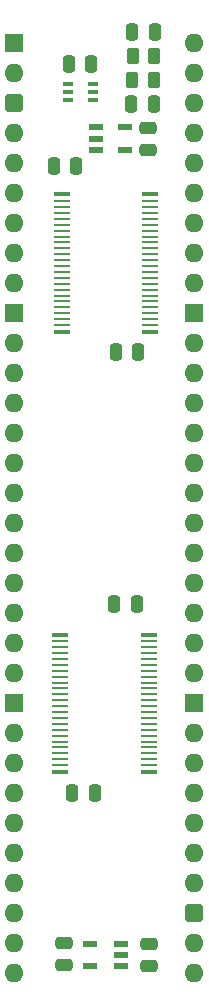
<source format=gts>
%TF.GenerationSoftware,KiCad,Pcbnew,9.0.5-9.0.5~ubuntu24.04.1*%
%TF.CreationDate,2025-10-17T18:53:30+02:00*%
%TF.ProjectId,HCP65 Main Memory Address,48435036-3520-44d6-9169-6e204d656d6f,V0*%
%TF.SameCoordinates,Original*%
%TF.FileFunction,Soldermask,Top*%
%TF.FilePolarity,Negative*%
%FSLAX46Y46*%
G04 Gerber Fmt 4.6, Leading zero omitted, Abs format (unit mm)*
G04 Created by KiCad (PCBNEW 9.0.5-9.0.5~ubuntu24.04.1) date 2025-10-17 18:53:30*
%MOMM*%
%LPD*%
G01*
G04 APERTURE LIST*
G04 Aperture macros list*
%AMRoundRect*
0 Rectangle with rounded corners*
0 $1 Rounding radius*
0 $2 $3 $4 $5 $6 $7 $8 $9 X,Y pos of 4 corners*
0 Add a 4 corners polygon primitive as box body*
4,1,4,$2,$3,$4,$5,$6,$7,$8,$9,$2,$3,0*
0 Add four circle primitives for the rounded corners*
1,1,$1+$1,$2,$3*
1,1,$1+$1,$4,$5*
1,1,$1+$1,$6,$7*
1,1,$1+$1,$8,$9*
0 Add four rect primitives between the rounded corners*
20,1,$1+$1,$2,$3,$4,$5,0*
20,1,$1+$1,$4,$5,$6,$7,0*
20,1,$1+$1,$6,$7,$8,$9,0*
20,1,$1+$1,$8,$9,$2,$3,0*%
G04 Aperture macros list end*
%ADD10RoundRect,0.250000X-0.262500X-0.450000X0.262500X-0.450000X0.262500X0.450000X-0.262500X0.450000X0*%
%ADD11R,1.250000X0.600000*%
%ADD12RoundRect,0.250000X-0.250000X-0.475000X0.250000X-0.475000X0.250000X0.475000X-0.250000X0.475000X0*%
%ADD13RoundRect,0.250000X0.475000X-0.250000X0.475000X0.250000X-0.475000X0.250000X-0.475000X-0.250000X0*%
%ADD14R,0.875000X0.450000*%
%ADD15RoundRect,0.250000X0.250000X0.475000X-0.250000X0.475000X-0.250000X-0.475000X0.250000X-0.475000X0*%
%ADD16R,1.600000X1.600000*%
%ADD17O,1.600000X1.600000*%
%ADD18RoundRect,0.400000X-0.400000X-0.400000X0.400000X-0.400000X0.400000X0.400000X-0.400000X0.400000X0*%
%ADD19RoundRect,0.250000X-0.475000X0.250000X-0.475000X-0.250000X0.475000X-0.250000X0.475000X0.250000X0*%
%ADD20R,1.400000X0.400000*%
%ADD21R,1.400000X0.280000*%
%ADD22R,1.150000X0.600000*%
G04 APERTURE END LIST*
D10*
%TO.C,R2*%
X9986000Y-3165000D03*
X11811000Y-3165000D03*
%TD*%
D11*
%TO.C,IC2*%
X6878000Y-7178000D03*
X6878000Y-8128000D03*
X6878000Y-9078000D03*
X9378000Y-9078000D03*
X9378000Y-7178000D03*
%TD*%
D12*
%TO.C,C5*%
X8464000Y-47498000D03*
X10364000Y-47498000D03*
%TD*%
%TO.C,C10*%
X9988000Y889000D03*
X11888000Y889000D03*
%TD*%
D13*
%TO.C,C8*%
X11430485Y-78220400D03*
X11430485Y-76320400D03*
%TD*%
D14*
%TO.C,IC3*%
X4526000Y-3541000D03*
X4526000Y-4191000D03*
X4526000Y-4841000D03*
X6650000Y-4841000D03*
X6650000Y-4191000D03*
X6650000Y-3541000D03*
%TD*%
D10*
%TO.C,R1*%
X10009500Y-1133000D03*
X11834500Y-1133000D03*
%TD*%
D15*
%TO.C,C6*%
X6522000Y-1778000D03*
X4622000Y-1778000D03*
%TD*%
D16*
%TO.C,J2*%
X0Y0D03*
D17*
X0Y-2540000D03*
D18*
X0Y-5080000D03*
D17*
X0Y-7620000D03*
X0Y-10160000D03*
X0Y-12700000D03*
X0Y-15240000D03*
X0Y-17780000D03*
X0Y-20320000D03*
D16*
X0Y-22860000D03*
D17*
X0Y-25400000D03*
X0Y-27940000D03*
X0Y-30480000D03*
X0Y-33020000D03*
X0Y-35560000D03*
X0Y-38100000D03*
X0Y-40640000D03*
X0Y-43180000D03*
X0Y-45720000D03*
X0Y-48260000D03*
X0Y-50800000D03*
X0Y-53340000D03*
D16*
X0Y-55880000D03*
D17*
X0Y-58420000D03*
X0Y-60960000D03*
X0Y-63500000D03*
X0Y-66040000D03*
X0Y-68580000D03*
X0Y-71120000D03*
X0Y-73660000D03*
X0Y-76200000D03*
X0Y-78740000D03*
X15240000Y-78740000D03*
X15240000Y-76200000D03*
D18*
X15240000Y-73660000D03*
D17*
X15240000Y-71120000D03*
X15240000Y-68580000D03*
X15240000Y-66040000D03*
X15240000Y-63500000D03*
X15240000Y-60960000D03*
X15240000Y-58420000D03*
D16*
X15240000Y-55880000D03*
D17*
X15240000Y-53340000D03*
X15240000Y-50800000D03*
X15240000Y-48260000D03*
X15240000Y-45720000D03*
X15240000Y-43180000D03*
X15240000Y-40640000D03*
X15240000Y-38100000D03*
X15240000Y-35560000D03*
X15240000Y-33020000D03*
X15240000Y-30480000D03*
X15240000Y-27940000D03*
X15240000Y-25400000D03*
D16*
X15240000Y-22860000D03*
D17*
X15240000Y-20320000D03*
X15240000Y-17780000D03*
X15240000Y-15240000D03*
X15240000Y-12700000D03*
X15240000Y-10160000D03*
X15240000Y-7620000D03*
X15240000Y-5080000D03*
X15240000Y-2540000D03*
X15240000Y0D03*
%TD*%
D12*
%TO.C,C4*%
X4908000Y-63500000D03*
X6808000Y-63500000D03*
%TD*%
D19*
%TO.C,C2*%
X11303000Y-7194000D03*
X11303000Y-9094000D03*
%TD*%
D15*
%TO.C,C3*%
X5252000Y-10414000D03*
X3352000Y-10414000D03*
%TD*%
D20*
%TO.C,IC1*%
X11497000Y-24479000D03*
D21*
X11497000Y-23919000D03*
X11497000Y-23419000D03*
X11497000Y-22919000D03*
X11497000Y-22419000D03*
X11497000Y-21919000D03*
X11497000Y-21419000D03*
X11497000Y-20919000D03*
X11497000Y-20419000D03*
X11497000Y-19919000D03*
X11497000Y-19419000D03*
X11497000Y-18919000D03*
X11497000Y-18419000D03*
X11497000Y-17919000D03*
X11497000Y-17419000D03*
X11497000Y-16919000D03*
X11497000Y-16419000D03*
X11497000Y-15919000D03*
X11497000Y-15419000D03*
X11497000Y-14919000D03*
X11497000Y-14419000D03*
X11497000Y-13919000D03*
X11497000Y-13419000D03*
D20*
X11497000Y-12859000D03*
X3997000Y-12859000D03*
D21*
X3997000Y-13419000D03*
X3997000Y-13919000D03*
X3997000Y-14419000D03*
X3997000Y-14919000D03*
X3997000Y-15419000D03*
X3997000Y-15919000D03*
X3997000Y-16419000D03*
X3997000Y-16919000D03*
X3997000Y-17419000D03*
X3997000Y-17919000D03*
X3997000Y-18419000D03*
X3997000Y-18919000D03*
X3997000Y-19419000D03*
X3997000Y-19919000D03*
X3997000Y-20419000D03*
X3997000Y-20919000D03*
X3997000Y-21419000D03*
X3997000Y-21919000D03*
X3997000Y-22419000D03*
X3997000Y-22919000D03*
X3997000Y-23419000D03*
X3997000Y-23919000D03*
D20*
X3997000Y-24479000D03*
%TD*%
D12*
%TO.C,C7*%
X9911000Y-5207000D03*
X11811000Y-5207000D03*
%TD*%
D19*
%TO.C,C9*%
X4166085Y-76200000D03*
X4166085Y-78100000D03*
%TD*%
D22*
%TO.C,IC5*%
X9022085Y-78211000D03*
X9022085Y-77261000D03*
X9022085Y-76311000D03*
X6422085Y-76311000D03*
X6422085Y-78211000D03*
%TD*%
D20*
%TO.C,IC4*%
X11370000Y-61740800D03*
D21*
X11370000Y-61180800D03*
X11370000Y-60680800D03*
X11370000Y-60180800D03*
X11370000Y-59680800D03*
X11370000Y-59180800D03*
X11370000Y-58680800D03*
X11370000Y-58180800D03*
X11370000Y-57680800D03*
X11370000Y-57180800D03*
X11370000Y-56680800D03*
X11370000Y-56180800D03*
X11370000Y-55680800D03*
X11370000Y-55180800D03*
X11370000Y-54680800D03*
X11370000Y-54180800D03*
X11370000Y-53680800D03*
X11370000Y-53180800D03*
X11370000Y-52680800D03*
X11370000Y-52180800D03*
X11370000Y-51680800D03*
X11370000Y-51180800D03*
X11370000Y-50680800D03*
D20*
X11370000Y-50120800D03*
X3870000Y-50120800D03*
D21*
X3870000Y-50680800D03*
X3870000Y-51180800D03*
X3870000Y-51680800D03*
X3870000Y-52180800D03*
X3870000Y-52680800D03*
X3870000Y-53180800D03*
X3870000Y-53680800D03*
X3870000Y-54180800D03*
X3870000Y-54680800D03*
X3870000Y-55180800D03*
X3870000Y-55680800D03*
X3870000Y-56180800D03*
X3870000Y-56680800D03*
X3870000Y-57180800D03*
X3870000Y-57680800D03*
X3870000Y-58180800D03*
X3870000Y-58680800D03*
X3870000Y-59180800D03*
X3870000Y-59680800D03*
X3870000Y-60180800D03*
X3870000Y-60680800D03*
X3870000Y-61180800D03*
D20*
X3870000Y-61740800D03*
%TD*%
D12*
%TO.C,C1*%
X8591000Y-26162000D03*
X10491000Y-26162000D03*
%TD*%
M02*

</source>
